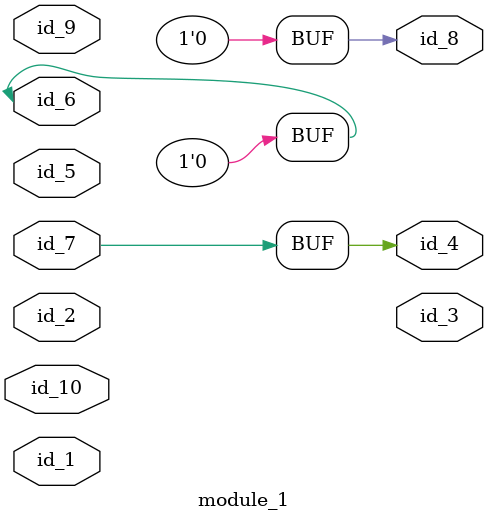
<source format=v>
module module_0;
  assign id_1 = id_1;
  wire id_2 = id_2;
  wire id_3;
endmodule
module module_1 (
    id_1,
    id_2,
    id_3,
    id_4,
    id_5,
    id_6,
    id_7,
    id_8,
    id_9,
    id_10
);
  inout wire id_10;
  input wire id_9;
  output wire id_8;
  input wire id_7;
  inout wire id_6;
  inout wire id_5;
  output wire id_4;
  output wire id_3;
  inout wire id_2;
  inout wire id_1;
  assign id_4 = id_7;
  assign id_8 = id_6 == 1;
  wire id_11;
  module_0 modCall_1 ();
  assign #(1'b0, 1) id_8 = ~1;
endmodule

</source>
